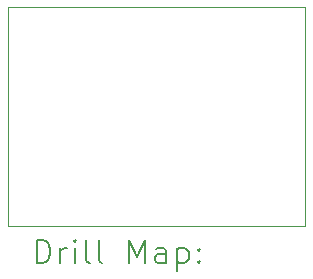
<source format=gbr>
%TF.GenerationSoftware,KiCad,Pcbnew,7.0.2*%
%TF.CreationDate,2023-05-24T09:17:06+02:00*%
%TF.ProjectId,PCB_Ewine,5043425f-4577-4696-9e65-2e6b69636164,rev?*%
%TF.SameCoordinates,Original*%
%TF.FileFunction,Drillmap*%
%TF.FilePolarity,Positive*%
%FSLAX45Y45*%
G04 Gerber Fmt 4.5, Leading zero omitted, Abs format (unit mm)*
G04 Created by KiCad (PCBNEW 7.0.2) date 2023-05-24 09:17:06*
%MOMM*%
%LPD*%
G01*
G04 APERTURE LIST*
%ADD10C,0.100000*%
%ADD11C,0.200000*%
G04 APERTURE END LIST*
D10*
X12985000Y-3500000D02*
X15500000Y-3500000D01*
X15500000Y-5350000D01*
X12985000Y-5350000D01*
X12985000Y-3500000D01*
D11*
X13227619Y-5667524D02*
X13227619Y-5467524D01*
X13227619Y-5467524D02*
X13275238Y-5467524D01*
X13275238Y-5467524D02*
X13303809Y-5477048D01*
X13303809Y-5477048D02*
X13322857Y-5496095D01*
X13322857Y-5496095D02*
X13332381Y-5515143D01*
X13332381Y-5515143D02*
X13341905Y-5553238D01*
X13341905Y-5553238D02*
X13341905Y-5581810D01*
X13341905Y-5581810D02*
X13332381Y-5619905D01*
X13332381Y-5619905D02*
X13322857Y-5638952D01*
X13322857Y-5638952D02*
X13303809Y-5658000D01*
X13303809Y-5658000D02*
X13275238Y-5667524D01*
X13275238Y-5667524D02*
X13227619Y-5667524D01*
X13427619Y-5667524D02*
X13427619Y-5534190D01*
X13427619Y-5572286D02*
X13437143Y-5553238D01*
X13437143Y-5553238D02*
X13446667Y-5543714D01*
X13446667Y-5543714D02*
X13465714Y-5534190D01*
X13465714Y-5534190D02*
X13484762Y-5534190D01*
X13551428Y-5667524D02*
X13551428Y-5534190D01*
X13551428Y-5467524D02*
X13541905Y-5477048D01*
X13541905Y-5477048D02*
X13551428Y-5486571D01*
X13551428Y-5486571D02*
X13560952Y-5477048D01*
X13560952Y-5477048D02*
X13551428Y-5467524D01*
X13551428Y-5467524D02*
X13551428Y-5486571D01*
X13675238Y-5667524D02*
X13656190Y-5658000D01*
X13656190Y-5658000D02*
X13646667Y-5638952D01*
X13646667Y-5638952D02*
X13646667Y-5467524D01*
X13780000Y-5667524D02*
X13760952Y-5658000D01*
X13760952Y-5658000D02*
X13751428Y-5638952D01*
X13751428Y-5638952D02*
X13751428Y-5467524D01*
X14008571Y-5667524D02*
X14008571Y-5467524D01*
X14008571Y-5467524D02*
X14075238Y-5610381D01*
X14075238Y-5610381D02*
X14141905Y-5467524D01*
X14141905Y-5467524D02*
X14141905Y-5667524D01*
X14322857Y-5667524D02*
X14322857Y-5562762D01*
X14322857Y-5562762D02*
X14313333Y-5543714D01*
X14313333Y-5543714D02*
X14294286Y-5534190D01*
X14294286Y-5534190D02*
X14256190Y-5534190D01*
X14256190Y-5534190D02*
X14237143Y-5543714D01*
X14322857Y-5658000D02*
X14303809Y-5667524D01*
X14303809Y-5667524D02*
X14256190Y-5667524D01*
X14256190Y-5667524D02*
X14237143Y-5658000D01*
X14237143Y-5658000D02*
X14227619Y-5638952D01*
X14227619Y-5638952D02*
X14227619Y-5619905D01*
X14227619Y-5619905D02*
X14237143Y-5600857D01*
X14237143Y-5600857D02*
X14256190Y-5591333D01*
X14256190Y-5591333D02*
X14303809Y-5591333D01*
X14303809Y-5591333D02*
X14322857Y-5581810D01*
X14418095Y-5534190D02*
X14418095Y-5734190D01*
X14418095Y-5543714D02*
X14437143Y-5534190D01*
X14437143Y-5534190D02*
X14475238Y-5534190D01*
X14475238Y-5534190D02*
X14494286Y-5543714D01*
X14494286Y-5543714D02*
X14503809Y-5553238D01*
X14503809Y-5553238D02*
X14513333Y-5572286D01*
X14513333Y-5572286D02*
X14513333Y-5629428D01*
X14513333Y-5629428D02*
X14503809Y-5648476D01*
X14503809Y-5648476D02*
X14494286Y-5658000D01*
X14494286Y-5658000D02*
X14475238Y-5667524D01*
X14475238Y-5667524D02*
X14437143Y-5667524D01*
X14437143Y-5667524D02*
X14418095Y-5658000D01*
X14599048Y-5648476D02*
X14608571Y-5658000D01*
X14608571Y-5658000D02*
X14599048Y-5667524D01*
X14599048Y-5667524D02*
X14589524Y-5658000D01*
X14589524Y-5658000D02*
X14599048Y-5648476D01*
X14599048Y-5648476D02*
X14599048Y-5667524D01*
X14599048Y-5543714D02*
X14608571Y-5553238D01*
X14608571Y-5553238D02*
X14599048Y-5562762D01*
X14599048Y-5562762D02*
X14589524Y-5553238D01*
X14589524Y-5553238D02*
X14599048Y-5543714D01*
X14599048Y-5543714D02*
X14599048Y-5562762D01*
M02*

</source>
